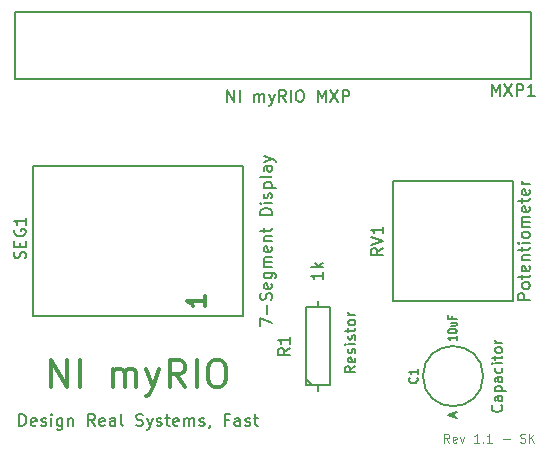
<source format=gto>
G04 (created by PCBNEW (2013-07-07 BZR 4022)-stable) date 3/3/2014 12:09:58 PM*
%MOIN*%
G04 Gerber Fmt 3.4, Leading zero omitted, Abs format*
%FSLAX34Y34*%
G01*
G70*
G90*
G04 APERTURE LIST*
%ADD10C,0.00590551*%
%ADD11C,0.011811*%
%ADD12C,0.003*%
%ADD13C,0.006*%
%ADD14C,0.007*%
%ADD15C,0.008*%
%ADD16C,0.005*%
%ADD17C,0.0075*%
G04 APERTURE END LIST*
G54D10*
G54D11*
X48239Y-30331D02*
X48239Y-30668D01*
X48239Y-30499D02*
X47648Y-30499D01*
X47732Y-30556D01*
X47789Y-30612D01*
X47817Y-30668D01*
G54D12*
X56371Y-35221D02*
X56271Y-35078D01*
X56200Y-35221D02*
X56200Y-34921D01*
X56314Y-34921D01*
X56342Y-34935D01*
X56357Y-34950D01*
X56371Y-34978D01*
X56371Y-35021D01*
X56357Y-35050D01*
X56342Y-35064D01*
X56314Y-35078D01*
X56200Y-35078D01*
X56614Y-35207D02*
X56585Y-35221D01*
X56528Y-35221D01*
X56500Y-35207D01*
X56485Y-35178D01*
X56485Y-35064D01*
X56500Y-35035D01*
X56528Y-35021D01*
X56585Y-35021D01*
X56614Y-35035D01*
X56628Y-35064D01*
X56628Y-35092D01*
X56485Y-35121D01*
X56728Y-35021D02*
X56800Y-35221D01*
X56871Y-35021D01*
X57371Y-35221D02*
X57200Y-35221D01*
X57285Y-35221D02*
X57285Y-34921D01*
X57257Y-34964D01*
X57228Y-34992D01*
X57200Y-35007D01*
X57500Y-35192D02*
X57514Y-35207D01*
X57500Y-35221D01*
X57485Y-35207D01*
X57500Y-35192D01*
X57500Y-35221D01*
X57800Y-35221D02*
X57628Y-35221D01*
X57714Y-35221D02*
X57714Y-34921D01*
X57685Y-34964D01*
X57657Y-34992D01*
X57628Y-35007D01*
X58157Y-35107D02*
X58385Y-35107D01*
X58742Y-35207D02*
X58785Y-35221D01*
X58857Y-35221D01*
X58885Y-35207D01*
X58900Y-35192D01*
X58914Y-35164D01*
X58914Y-35135D01*
X58900Y-35107D01*
X58885Y-35092D01*
X58857Y-35078D01*
X58800Y-35064D01*
X58771Y-35050D01*
X58757Y-35035D01*
X58742Y-35007D01*
X58742Y-34978D01*
X58757Y-34950D01*
X58771Y-34935D01*
X58800Y-34921D01*
X58871Y-34921D01*
X58914Y-34935D01*
X59042Y-35221D02*
X59042Y-34921D01*
X59214Y-35221D02*
X59085Y-35050D01*
X59214Y-34921D02*
X59042Y-35092D01*
G54D13*
X53241Y-32674D02*
X53075Y-32791D01*
X53241Y-32874D02*
X52891Y-32874D01*
X52891Y-32741D01*
X52908Y-32708D01*
X52925Y-32691D01*
X52958Y-32674D01*
X53008Y-32674D01*
X53041Y-32691D01*
X53058Y-32708D01*
X53075Y-32741D01*
X53075Y-32874D01*
X53225Y-32391D02*
X53241Y-32424D01*
X53241Y-32491D01*
X53225Y-32524D01*
X53191Y-32541D01*
X53058Y-32541D01*
X53025Y-32524D01*
X53008Y-32491D01*
X53008Y-32424D01*
X53025Y-32391D01*
X53058Y-32374D01*
X53091Y-32374D01*
X53125Y-32541D01*
X53225Y-32241D02*
X53241Y-32208D01*
X53241Y-32141D01*
X53225Y-32108D01*
X53191Y-32091D01*
X53175Y-32091D01*
X53141Y-32108D01*
X53125Y-32141D01*
X53125Y-32191D01*
X53108Y-32224D01*
X53075Y-32241D01*
X53058Y-32241D01*
X53025Y-32224D01*
X53008Y-32191D01*
X53008Y-32141D01*
X53025Y-32108D01*
X53241Y-31941D02*
X53008Y-31941D01*
X52891Y-31941D02*
X52908Y-31958D01*
X52925Y-31941D01*
X52908Y-31924D01*
X52891Y-31941D01*
X52925Y-31941D01*
X53225Y-31791D02*
X53241Y-31758D01*
X53241Y-31691D01*
X53225Y-31658D01*
X53191Y-31641D01*
X53175Y-31641D01*
X53141Y-31658D01*
X53125Y-31691D01*
X53125Y-31741D01*
X53108Y-31774D01*
X53075Y-31791D01*
X53058Y-31791D01*
X53025Y-31774D01*
X53008Y-31741D01*
X53008Y-31691D01*
X53025Y-31658D01*
X53008Y-31541D02*
X53008Y-31408D01*
X52891Y-31491D02*
X53191Y-31491D01*
X53225Y-31474D01*
X53241Y-31441D01*
X53241Y-31408D01*
X53241Y-31241D02*
X53225Y-31274D01*
X53208Y-31291D01*
X53175Y-31308D01*
X53075Y-31308D01*
X53041Y-31291D01*
X53025Y-31274D01*
X53008Y-31241D01*
X53008Y-31191D01*
X53025Y-31158D01*
X53041Y-31141D01*
X53075Y-31124D01*
X53175Y-31124D01*
X53208Y-31141D01*
X53225Y-31158D01*
X53241Y-31191D01*
X53241Y-31241D01*
X53241Y-30974D02*
X53008Y-30974D01*
X53075Y-30974D02*
X53041Y-30958D01*
X53025Y-30941D01*
X53008Y-30908D01*
X53008Y-30874D01*
X58108Y-33966D02*
X58125Y-33983D01*
X58141Y-34033D01*
X58141Y-34066D01*
X58125Y-34116D01*
X58091Y-34149D01*
X58058Y-34166D01*
X57991Y-34183D01*
X57941Y-34183D01*
X57875Y-34166D01*
X57841Y-34149D01*
X57808Y-34116D01*
X57791Y-34066D01*
X57791Y-34033D01*
X57808Y-33983D01*
X57825Y-33966D01*
X58141Y-33666D02*
X57958Y-33666D01*
X57925Y-33683D01*
X57908Y-33716D01*
X57908Y-33783D01*
X57925Y-33816D01*
X58125Y-33666D02*
X58141Y-33699D01*
X58141Y-33783D01*
X58125Y-33816D01*
X58091Y-33833D01*
X58058Y-33833D01*
X58025Y-33816D01*
X58008Y-33783D01*
X58008Y-33699D01*
X57991Y-33666D01*
X57908Y-33499D02*
X58258Y-33499D01*
X57925Y-33499D02*
X57908Y-33466D01*
X57908Y-33399D01*
X57925Y-33366D01*
X57941Y-33349D01*
X57975Y-33333D01*
X58075Y-33333D01*
X58108Y-33349D01*
X58125Y-33366D01*
X58141Y-33399D01*
X58141Y-33466D01*
X58125Y-33499D01*
X58141Y-33033D02*
X57958Y-33033D01*
X57925Y-33050D01*
X57908Y-33083D01*
X57908Y-33150D01*
X57925Y-33183D01*
X58125Y-33033D02*
X58141Y-33066D01*
X58141Y-33150D01*
X58125Y-33183D01*
X58091Y-33200D01*
X58058Y-33200D01*
X58025Y-33183D01*
X58008Y-33150D01*
X58008Y-33066D01*
X57991Y-33033D01*
X58125Y-32716D02*
X58141Y-32750D01*
X58141Y-32816D01*
X58125Y-32850D01*
X58108Y-32866D01*
X58075Y-32883D01*
X57975Y-32883D01*
X57941Y-32866D01*
X57925Y-32850D01*
X57908Y-32816D01*
X57908Y-32750D01*
X57925Y-32716D01*
X58141Y-32566D02*
X57908Y-32566D01*
X57791Y-32566D02*
X57808Y-32583D01*
X57825Y-32566D01*
X57808Y-32550D01*
X57791Y-32566D01*
X57825Y-32566D01*
X57908Y-32450D02*
X57908Y-32316D01*
X57791Y-32400D02*
X58091Y-32400D01*
X58125Y-32383D01*
X58141Y-32350D01*
X58141Y-32316D01*
X58141Y-32150D02*
X58125Y-32183D01*
X58108Y-32200D01*
X58075Y-32216D01*
X57975Y-32216D01*
X57941Y-32200D01*
X57925Y-32183D01*
X57908Y-32150D01*
X57908Y-32100D01*
X57925Y-32066D01*
X57941Y-32050D01*
X57975Y-32033D01*
X58075Y-32033D01*
X58108Y-32050D01*
X58125Y-32066D01*
X58141Y-32100D01*
X58141Y-32150D01*
X58141Y-31883D02*
X57908Y-31883D01*
X57975Y-31883D02*
X57941Y-31866D01*
X57925Y-31850D01*
X57908Y-31816D01*
X57908Y-31783D01*
G54D14*
X42047Y-34661D02*
X42047Y-34261D01*
X42142Y-34261D01*
X42200Y-34280D01*
X42238Y-34319D01*
X42257Y-34357D01*
X42276Y-34433D01*
X42276Y-34490D01*
X42257Y-34566D01*
X42238Y-34604D01*
X42200Y-34642D01*
X42142Y-34661D01*
X42047Y-34661D01*
X42600Y-34642D02*
X42561Y-34661D01*
X42485Y-34661D01*
X42447Y-34642D01*
X42428Y-34604D01*
X42428Y-34452D01*
X42447Y-34414D01*
X42485Y-34395D01*
X42561Y-34395D01*
X42600Y-34414D01*
X42619Y-34452D01*
X42619Y-34490D01*
X42428Y-34528D01*
X42771Y-34642D02*
X42809Y-34661D01*
X42885Y-34661D01*
X42923Y-34642D01*
X42942Y-34604D01*
X42942Y-34585D01*
X42923Y-34547D01*
X42885Y-34528D01*
X42828Y-34528D01*
X42790Y-34509D01*
X42771Y-34471D01*
X42771Y-34452D01*
X42790Y-34414D01*
X42828Y-34395D01*
X42885Y-34395D01*
X42923Y-34414D01*
X43114Y-34661D02*
X43114Y-34395D01*
X43114Y-34261D02*
X43095Y-34280D01*
X43114Y-34300D01*
X43133Y-34280D01*
X43114Y-34261D01*
X43114Y-34300D01*
X43476Y-34395D02*
X43476Y-34719D01*
X43457Y-34757D01*
X43438Y-34776D01*
X43400Y-34795D01*
X43342Y-34795D01*
X43304Y-34776D01*
X43476Y-34642D02*
X43438Y-34661D01*
X43361Y-34661D01*
X43323Y-34642D01*
X43304Y-34623D01*
X43285Y-34585D01*
X43285Y-34471D01*
X43304Y-34433D01*
X43323Y-34414D01*
X43361Y-34395D01*
X43438Y-34395D01*
X43476Y-34414D01*
X43666Y-34395D02*
X43666Y-34661D01*
X43666Y-34433D02*
X43685Y-34414D01*
X43723Y-34395D01*
X43780Y-34395D01*
X43819Y-34414D01*
X43838Y-34452D01*
X43838Y-34661D01*
X44561Y-34661D02*
X44428Y-34471D01*
X44333Y-34661D02*
X44333Y-34261D01*
X44485Y-34261D01*
X44523Y-34280D01*
X44542Y-34300D01*
X44561Y-34338D01*
X44561Y-34395D01*
X44542Y-34433D01*
X44523Y-34452D01*
X44485Y-34471D01*
X44333Y-34471D01*
X44885Y-34642D02*
X44847Y-34661D01*
X44771Y-34661D01*
X44733Y-34642D01*
X44714Y-34604D01*
X44714Y-34452D01*
X44733Y-34414D01*
X44771Y-34395D01*
X44847Y-34395D01*
X44885Y-34414D01*
X44904Y-34452D01*
X44904Y-34490D01*
X44714Y-34528D01*
X45247Y-34661D02*
X45247Y-34452D01*
X45228Y-34414D01*
X45190Y-34395D01*
X45114Y-34395D01*
X45076Y-34414D01*
X45247Y-34642D02*
X45209Y-34661D01*
X45114Y-34661D01*
X45076Y-34642D01*
X45057Y-34604D01*
X45057Y-34566D01*
X45076Y-34528D01*
X45114Y-34509D01*
X45209Y-34509D01*
X45247Y-34490D01*
X45495Y-34661D02*
X45457Y-34642D01*
X45438Y-34604D01*
X45438Y-34261D01*
X45933Y-34642D02*
X45990Y-34661D01*
X46085Y-34661D01*
X46123Y-34642D01*
X46142Y-34623D01*
X46161Y-34585D01*
X46161Y-34547D01*
X46142Y-34509D01*
X46123Y-34490D01*
X46085Y-34471D01*
X46009Y-34452D01*
X45971Y-34433D01*
X45952Y-34414D01*
X45933Y-34376D01*
X45933Y-34338D01*
X45952Y-34300D01*
X45971Y-34280D01*
X46009Y-34261D01*
X46104Y-34261D01*
X46161Y-34280D01*
X46295Y-34395D02*
X46390Y-34661D01*
X46485Y-34395D02*
X46390Y-34661D01*
X46352Y-34757D01*
X46333Y-34776D01*
X46295Y-34795D01*
X46619Y-34642D02*
X46657Y-34661D01*
X46733Y-34661D01*
X46771Y-34642D01*
X46790Y-34604D01*
X46790Y-34585D01*
X46771Y-34547D01*
X46733Y-34528D01*
X46676Y-34528D01*
X46638Y-34509D01*
X46619Y-34471D01*
X46619Y-34452D01*
X46638Y-34414D01*
X46676Y-34395D01*
X46733Y-34395D01*
X46771Y-34414D01*
X46904Y-34395D02*
X47057Y-34395D01*
X46961Y-34261D02*
X46961Y-34604D01*
X46980Y-34642D01*
X47019Y-34661D01*
X47057Y-34661D01*
X47342Y-34642D02*
X47304Y-34661D01*
X47228Y-34661D01*
X47190Y-34642D01*
X47171Y-34604D01*
X47171Y-34452D01*
X47190Y-34414D01*
X47228Y-34395D01*
X47304Y-34395D01*
X47342Y-34414D01*
X47361Y-34452D01*
X47361Y-34490D01*
X47171Y-34528D01*
X47533Y-34661D02*
X47533Y-34395D01*
X47533Y-34433D02*
X47552Y-34414D01*
X47590Y-34395D01*
X47647Y-34395D01*
X47685Y-34414D01*
X47704Y-34452D01*
X47704Y-34661D01*
X47704Y-34452D02*
X47723Y-34414D01*
X47761Y-34395D01*
X47819Y-34395D01*
X47857Y-34414D01*
X47876Y-34452D01*
X47876Y-34661D01*
X48047Y-34642D02*
X48085Y-34661D01*
X48161Y-34661D01*
X48199Y-34642D01*
X48219Y-34604D01*
X48219Y-34585D01*
X48199Y-34547D01*
X48161Y-34528D01*
X48104Y-34528D01*
X48066Y-34509D01*
X48047Y-34471D01*
X48047Y-34452D01*
X48066Y-34414D01*
X48104Y-34395D01*
X48161Y-34395D01*
X48199Y-34414D01*
X48409Y-34642D02*
X48409Y-34661D01*
X48390Y-34700D01*
X48371Y-34719D01*
X49019Y-34452D02*
X48885Y-34452D01*
X48885Y-34661D02*
X48885Y-34261D01*
X49076Y-34261D01*
X49399Y-34661D02*
X49399Y-34452D01*
X49380Y-34414D01*
X49342Y-34395D01*
X49266Y-34395D01*
X49228Y-34414D01*
X49399Y-34642D02*
X49361Y-34661D01*
X49266Y-34661D01*
X49228Y-34642D01*
X49209Y-34604D01*
X49209Y-34566D01*
X49228Y-34528D01*
X49266Y-34509D01*
X49361Y-34509D01*
X49399Y-34490D01*
X49571Y-34642D02*
X49609Y-34661D01*
X49685Y-34661D01*
X49723Y-34642D01*
X49742Y-34604D01*
X49742Y-34585D01*
X49723Y-34547D01*
X49685Y-34528D01*
X49628Y-34528D01*
X49590Y-34509D01*
X49571Y-34471D01*
X49571Y-34452D01*
X49590Y-34414D01*
X49628Y-34395D01*
X49685Y-34395D01*
X49723Y-34414D01*
X49857Y-34395D02*
X50009Y-34395D01*
X49914Y-34261D02*
X49914Y-34604D01*
X49933Y-34642D01*
X49971Y-34661D01*
X50009Y-34661D01*
G54D11*
X43107Y-33364D02*
X43107Y-32464D01*
X43621Y-33364D01*
X43621Y-32464D01*
X44050Y-33364D02*
X44050Y-32464D01*
X45164Y-33364D02*
X45164Y-32764D01*
X45164Y-32850D02*
X45207Y-32807D01*
X45292Y-32764D01*
X45421Y-32764D01*
X45507Y-32807D01*
X45550Y-32892D01*
X45550Y-33364D01*
X45550Y-32892D02*
X45592Y-32807D01*
X45678Y-32764D01*
X45807Y-32764D01*
X45892Y-32807D01*
X45935Y-32892D01*
X45935Y-33364D01*
X46278Y-32764D02*
X46492Y-33364D01*
X46707Y-32764D02*
X46492Y-33364D01*
X46407Y-33578D01*
X46364Y-33621D01*
X46278Y-33664D01*
X47564Y-33364D02*
X47264Y-32935D01*
X47050Y-33364D02*
X47050Y-32464D01*
X47392Y-32464D01*
X47478Y-32507D01*
X47521Y-32550D01*
X47564Y-32635D01*
X47564Y-32764D01*
X47521Y-32850D01*
X47478Y-32892D01*
X47392Y-32935D01*
X47050Y-32935D01*
X47950Y-33364D02*
X47950Y-32464D01*
X48549Y-32464D02*
X48721Y-32464D01*
X48807Y-32507D01*
X48892Y-32592D01*
X48935Y-32764D01*
X48935Y-33064D01*
X48892Y-33235D01*
X48807Y-33321D01*
X48721Y-33364D01*
X48549Y-33364D01*
X48464Y-33321D01*
X48378Y-33235D01*
X48335Y-33064D01*
X48335Y-32764D01*
X48378Y-32592D01*
X48464Y-32507D01*
X48549Y-32464D01*
G54D15*
X52000Y-33500D02*
X52000Y-33300D01*
X52000Y-30500D02*
X52000Y-30700D01*
X52000Y-30700D02*
X51600Y-30700D01*
X51600Y-30700D02*
X51600Y-33300D01*
X51600Y-33300D02*
X52400Y-33300D01*
X52400Y-33300D02*
X52400Y-30700D01*
X52400Y-30700D02*
X52000Y-30700D01*
X51800Y-33300D02*
X51600Y-33100D01*
G54D10*
X54500Y-30500D02*
X54500Y-26500D01*
X58500Y-30500D02*
X58500Y-26500D01*
X58500Y-30500D02*
X54500Y-30500D01*
X56500Y-26500D02*
X54500Y-26500D01*
X58500Y-26500D02*
X56500Y-26500D01*
G54D16*
X57501Y-33000D02*
G75*
G03X57501Y-33000I-1001J0D01*
G74*
G01*
G54D10*
X41900Y-20850D02*
X41900Y-23100D01*
X41900Y-23100D02*
X59100Y-23100D01*
X59100Y-23100D02*
X59100Y-20850D01*
X59100Y-20850D02*
X41900Y-20850D01*
X42500Y-31000D02*
X49500Y-31000D01*
X49500Y-31000D02*
X49500Y-26000D01*
X49500Y-26000D02*
X42500Y-26000D01*
X42500Y-28500D02*
X42500Y-31000D01*
X42500Y-28500D02*
X42500Y-26000D01*
G54D15*
X51059Y-32065D02*
X50871Y-32196D01*
X51059Y-32290D02*
X50665Y-32290D01*
X50665Y-32140D01*
X50684Y-32103D01*
X50703Y-32084D01*
X50740Y-32065D01*
X50796Y-32065D01*
X50834Y-32084D01*
X50853Y-32103D01*
X50871Y-32140D01*
X50871Y-32290D01*
X51059Y-31690D02*
X51059Y-31915D01*
X51059Y-31803D02*
X50665Y-31803D01*
X50721Y-31840D01*
X50759Y-31878D01*
X50778Y-31915D01*
X52159Y-29546D02*
X52159Y-29771D01*
X52159Y-29659D02*
X51765Y-29659D01*
X51821Y-29696D01*
X51859Y-29734D01*
X51878Y-29771D01*
X52159Y-29378D02*
X51765Y-29378D01*
X52009Y-29340D02*
X52159Y-29228D01*
X51896Y-29228D02*
X52046Y-29378D01*
G54D10*
X54159Y-28734D02*
X53971Y-28865D01*
X54159Y-28959D02*
X53765Y-28959D01*
X53765Y-28809D01*
X53784Y-28771D01*
X53803Y-28753D01*
X53840Y-28734D01*
X53896Y-28734D01*
X53934Y-28753D01*
X53953Y-28771D01*
X53971Y-28809D01*
X53971Y-28959D01*
X53765Y-28621D02*
X54159Y-28490D01*
X53765Y-28359D01*
X54159Y-28021D02*
X54159Y-28246D01*
X54159Y-28134D02*
X53765Y-28134D01*
X53821Y-28171D01*
X53859Y-28209D01*
X53878Y-28246D01*
X59059Y-30459D02*
X58665Y-30459D01*
X58665Y-30309D01*
X58684Y-30271D01*
X58703Y-30252D01*
X58740Y-30234D01*
X58796Y-30234D01*
X58834Y-30252D01*
X58853Y-30271D01*
X58871Y-30309D01*
X58871Y-30459D01*
X59059Y-30009D02*
X59040Y-30046D01*
X59021Y-30065D01*
X58984Y-30084D01*
X58871Y-30084D01*
X58834Y-30065D01*
X58815Y-30046D01*
X58796Y-30009D01*
X58796Y-29952D01*
X58815Y-29915D01*
X58834Y-29896D01*
X58871Y-29877D01*
X58984Y-29877D01*
X59021Y-29896D01*
X59040Y-29915D01*
X59059Y-29952D01*
X59059Y-30009D01*
X58796Y-29765D02*
X58796Y-29615D01*
X58665Y-29709D02*
X59003Y-29709D01*
X59040Y-29690D01*
X59059Y-29652D01*
X59059Y-29615D01*
X59040Y-29334D02*
X59059Y-29371D01*
X59059Y-29446D01*
X59040Y-29484D01*
X59003Y-29502D01*
X58853Y-29502D01*
X58815Y-29484D01*
X58796Y-29446D01*
X58796Y-29371D01*
X58815Y-29334D01*
X58853Y-29315D01*
X58890Y-29315D01*
X58928Y-29502D01*
X58796Y-29146D02*
X59059Y-29146D01*
X58834Y-29146D02*
X58815Y-29128D01*
X58796Y-29090D01*
X58796Y-29034D01*
X58815Y-28996D01*
X58853Y-28978D01*
X59059Y-28978D01*
X58796Y-28846D02*
X58796Y-28696D01*
X58665Y-28790D02*
X59003Y-28790D01*
X59040Y-28771D01*
X59059Y-28734D01*
X59059Y-28696D01*
X59059Y-28565D02*
X58796Y-28565D01*
X58665Y-28565D02*
X58684Y-28584D01*
X58703Y-28565D01*
X58684Y-28546D01*
X58665Y-28565D01*
X58703Y-28565D01*
X59059Y-28321D02*
X59040Y-28359D01*
X59021Y-28378D01*
X58984Y-28396D01*
X58871Y-28396D01*
X58834Y-28378D01*
X58815Y-28359D01*
X58796Y-28321D01*
X58796Y-28265D01*
X58815Y-28228D01*
X58834Y-28209D01*
X58871Y-28190D01*
X58984Y-28190D01*
X59021Y-28209D01*
X59040Y-28228D01*
X59059Y-28265D01*
X59059Y-28321D01*
X59059Y-28021D02*
X58796Y-28021D01*
X58834Y-28021D02*
X58815Y-28003D01*
X58796Y-27965D01*
X58796Y-27909D01*
X58815Y-27871D01*
X58853Y-27853D01*
X59059Y-27853D01*
X58853Y-27853D02*
X58815Y-27834D01*
X58796Y-27796D01*
X58796Y-27740D01*
X58815Y-27703D01*
X58853Y-27684D01*
X59059Y-27684D01*
X59040Y-27347D02*
X59059Y-27384D01*
X59059Y-27459D01*
X59040Y-27497D01*
X59003Y-27515D01*
X58853Y-27515D01*
X58815Y-27497D01*
X58796Y-27459D01*
X58796Y-27384D01*
X58815Y-27347D01*
X58853Y-27328D01*
X58890Y-27328D01*
X58928Y-27515D01*
X58796Y-27215D02*
X58796Y-27065D01*
X58665Y-27159D02*
X59003Y-27159D01*
X59040Y-27140D01*
X59059Y-27103D01*
X59059Y-27065D01*
X59040Y-26784D02*
X59059Y-26822D01*
X59059Y-26897D01*
X59040Y-26934D01*
X59003Y-26953D01*
X58853Y-26953D01*
X58815Y-26934D01*
X58796Y-26897D01*
X58796Y-26822D01*
X58815Y-26784D01*
X58853Y-26765D01*
X58890Y-26765D01*
X58928Y-26953D01*
X59059Y-26597D02*
X58796Y-26597D01*
X58871Y-26597D02*
X58834Y-26578D01*
X58815Y-26559D01*
X58796Y-26522D01*
X58796Y-26484D01*
G54D16*
X55292Y-33050D02*
X55307Y-33064D01*
X55321Y-33107D01*
X55321Y-33135D01*
X55307Y-33178D01*
X55278Y-33207D01*
X55250Y-33221D01*
X55192Y-33235D01*
X55150Y-33235D01*
X55092Y-33221D01*
X55064Y-33207D01*
X55035Y-33178D01*
X55021Y-33135D01*
X55021Y-33107D01*
X55035Y-33064D01*
X55050Y-33050D01*
X55321Y-32764D02*
X55321Y-32935D01*
X55321Y-32850D02*
X55021Y-32850D01*
X55064Y-32878D01*
X55092Y-32907D01*
X55107Y-32935D01*
X56621Y-31667D02*
X56621Y-31810D01*
X56621Y-31739D02*
X56321Y-31739D01*
X56364Y-31763D01*
X56392Y-31786D01*
X56407Y-31810D01*
X56321Y-31513D02*
X56321Y-31489D01*
X56335Y-31465D01*
X56350Y-31453D01*
X56378Y-31441D01*
X56435Y-31429D01*
X56507Y-31429D01*
X56564Y-31441D01*
X56592Y-31453D01*
X56607Y-31465D01*
X56621Y-31489D01*
X56621Y-31513D01*
X56607Y-31536D01*
X56592Y-31548D01*
X56564Y-31560D01*
X56507Y-31572D01*
X56435Y-31572D01*
X56378Y-31560D01*
X56350Y-31548D01*
X56335Y-31536D01*
X56321Y-31513D01*
X56421Y-31215D02*
X56621Y-31215D01*
X56421Y-31322D02*
X56578Y-31322D01*
X56607Y-31310D01*
X56621Y-31286D01*
X56621Y-31251D01*
X56607Y-31227D01*
X56592Y-31215D01*
X56464Y-31013D02*
X56464Y-31096D01*
X56621Y-31096D02*
X56321Y-31096D01*
X56321Y-30977D01*
G54D17*
X56535Y-34371D02*
X56535Y-34228D01*
X56621Y-34400D02*
X56321Y-34300D01*
X56621Y-34200D01*
G54D10*
X57796Y-23659D02*
X57796Y-23265D01*
X57928Y-23546D01*
X58059Y-23265D01*
X58059Y-23659D01*
X58209Y-23265D02*
X58471Y-23659D01*
X58471Y-23265D02*
X58209Y-23659D01*
X58621Y-23659D02*
X58621Y-23265D01*
X58771Y-23265D01*
X58809Y-23284D01*
X58828Y-23303D01*
X58846Y-23340D01*
X58846Y-23396D01*
X58828Y-23434D01*
X58809Y-23453D01*
X58771Y-23471D01*
X58621Y-23471D01*
X59221Y-23659D02*
X58996Y-23659D01*
X59109Y-23659D02*
X59109Y-23265D01*
X59071Y-23321D01*
X59034Y-23359D01*
X58996Y-23378D01*
X48975Y-23859D02*
X48975Y-23465D01*
X49200Y-23859D01*
X49200Y-23465D01*
X49387Y-23859D02*
X49387Y-23465D01*
X49875Y-23859D02*
X49875Y-23596D01*
X49875Y-23634D02*
X49893Y-23615D01*
X49931Y-23596D01*
X49987Y-23596D01*
X50025Y-23615D01*
X50043Y-23653D01*
X50043Y-23859D01*
X50043Y-23653D02*
X50062Y-23615D01*
X50100Y-23596D01*
X50156Y-23596D01*
X50193Y-23615D01*
X50212Y-23653D01*
X50212Y-23859D01*
X50362Y-23596D02*
X50456Y-23859D01*
X50550Y-23596D02*
X50456Y-23859D01*
X50418Y-23953D01*
X50400Y-23971D01*
X50362Y-23990D01*
X50925Y-23859D02*
X50793Y-23671D01*
X50700Y-23859D02*
X50700Y-23465D01*
X50850Y-23465D01*
X50887Y-23484D01*
X50906Y-23503D01*
X50925Y-23540D01*
X50925Y-23596D01*
X50906Y-23634D01*
X50887Y-23653D01*
X50850Y-23671D01*
X50700Y-23671D01*
X51093Y-23859D02*
X51093Y-23465D01*
X51356Y-23465D02*
X51431Y-23465D01*
X51468Y-23484D01*
X51506Y-23521D01*
X51524Y-23596D01*
X51524Y-23728D01*
X51506Y-23803D01*
X51468Y-23840D01*
X51431Y-23859D01*
X51356Y-23859D01*
X51318Y-23840D01*
X51281Y-23803D01*
X51262Y-23728D01*
X51262Y-23596D01*
X51281Y-23521D01*
X51318Y-23484D01*
X51356Y-23465D01*
X51993Y-23859D02*
X51993Y-23465D01*
X52124Y-23746D01*
X52256Y-23465D01*
X52256Y-23859D01*
X52406Y-23465D02*
X52668Y-23859D01*
X52668Y-23465D02*
X52406Y-23859D01*
X52818Y-23859D02*
X52818Y-23465D01*
X52968Y-23465D01*
X53005Y-23484D01*
X53024Y-23503D01*
X53043Y-23540D01*
X53043Y-23596D01*
X53024Y-23634D01*
X53005Y-23653D01*
X52968Y-23671D01*
X52818Y-23671D01*
X42240Y-29074D02*
X42259Y-29018D01*
X42259Y-28924D01*
X42240Y-28887D01*
X42221Y-28868D01*
X42184Y-28849D01*
X42146Y-28849D01*
X42109Y-28868D01*
X42090Y-28887D01*
X42071Y-28924D01*
X42053Y-28999D01*
X42034Y-29037D01*
X42015Y-29056D01*
X41978Y-29074D01*
X41940Y-29074D01*
X41903Y-29056D01*
X41884Y-29037D01*
X41865Y-28999D01*
X41865Y-28906D01*
X41884Y-28849D01*
X42053Y-28681D02*
X42053Y-28549D01*
X42259Y-28493D02*
X42259Y-28681D01*
X41865Y-28681D01*
X41865Y-28493D01*
X41884Y-28118D02*
X41865Y-28156D01*
X41865Y-28212D01*
X41884Y-28268D01*
X41921Y-28306D01*
X41959Y-28325D01*
X42034Y-28343D01*
X42090Y-28343D01*
X42165Y-28325D01*
X42203Y-28306D01*
X42240Y-28268D01*
X42259Y-28212D01*
X42259Y-28175D01*
X42240Y-28118D01*
X42221Y-28100D01*
X42090Y-28100D01*
X42090Y-28175D01*
X42259Y-27725D02*
X42259Y-27950D01*
X42259Y-27837D02*
X41865Y-27837D01*
X41921Y-27875D01*
X41959Y-27912D01*
X41978Y-27950D01*
X50065Y-31340D02*
X50065Y-31077D01*
X50459Y-31246D01*
X50309Y-30927D02*
X50309Y-30627D01*
X50440Y-30459D02*
X50459Y-30402D01*
X50459Y-30309D01*
X50440Y-30271D01*
X50421Y-30252D01*
X50384Y-30234D01*
X50346Y-30234D01*
X50309Y-30252D01*
X50290Y-30271D01*
X50271Y-30309D01*
X50253Y-30384D01*
X50234Y-30421D01*
X50215Y-30440D01*
X50178Y-30459D01*
X50140Y-30459D01*
X50103Y-30440D01*
X50084Y-30421D01*
X50065Y-30384D01*
X50065Y-30290D01*
X50084Y-30234D01*
X50440Y-29915D02*
X50459Y-29952D01*
X50459Y-30027D01*
X50440Y-30065D01*
X50403Y-30084D01*
X50253Y-30084D01*
X50215Y-30065D01*
X50196Y-30027D01*
X50196Y-29952D01*
X50215Y-29915D01*
X50253Y-29896D01*
X50290Y-29896D01*
X50328Y-30084D01*
X50196Y-29559D02*
X50515Y-29559D01*
X50553Y-29577D01*
X50571Y-29596D01*
X50590Y-29634D01*
X50590Y-29690D01*
X50571Y-29727D01*
X50440Y-29559D02*
X50459Y-29596D01*
X50459Y-29671D01*
X50440Y-29709D01*
X50421Y-29727D01*
X50384Y-29746D01*
X50271Y-29746D01*
X50234Y-29727D01*
X50215Y-29709D01*
X50196Y-29671D01*
X50196Y-29596D01*
X50215Y-29559D01*
X50459Y-29371D02*
X50196Y-29371D01*
X50234Y-29371D02*
X50215Y-29353D01*
X50196Y-29315D01*
X50196Y-29259D01*
X50215Y-29221D01*
X50253Y-29203D01*
X50459Y-29203D01*
X50253Y-29203D02*
X50215Y-29184D01*
X50196Y-29146D01*
X50196Y-29090D01*
X50215Y-29053D01*
X50253Y-29034D01*
X50459Y-29034D01*
X50440Y-28696D02*
X50459Y-28734D01*
X50459Y-28809D01*
X50440Y-28846D01*
X50403Y-28865D01*
X50253Y-28865D01*
X50215Y-28846D01*
X50196Y-28809D01*
X50196Y-28734D01*
X50215Y-28696D01*
X50253Y-28678D01*
X50290Y-28678D01*
X50328Y-28865D01*
X50196Y-28509D02*
X50459Y-28509D01*
X50234Y-28509D02*
X50215Y-28490D01*
X50196Y-28453D01*
X50196Y-28396D01*
X50215Y-28359D01*
X50253Y-28340D01*
X50459Y-28340D01*
X50196Y-28209D02*
X50196Y-28059D01*
X50065Y-28153D02*
X50403Y-28153D01*
X50440Y-28134D01*
X50459Y-28096D01*
X50459Y-28059D01*
X50459Y-27628D02*
X50065Y-27628D01*
X50065Y-27534D01*
X50084Y-27478D01*
X50121Y-27440D01*
X50159Y-27422D01*
X50234Y-27403D01*
X50290Y-27403D01*
X50365Y-27422D01*
X50403Y-27440D01*
X50440Y-27478D01*
X50459Y-27534D01*
X50459Y-27628D01*
X50459Y-27234D02*
X50196Y-27234D01*
X50065Y-27234D02*
X50084Y-27253D01*
X50103Y-27234D01*
X50084Y-27215D01*
X50065Y-27234D01*
X50103Y-27234D01*
X50440Y-27065D02*
X50459Y-27028D01*
X50459Y-26953D01*
X50440Y-26915D01*
X50403Y-26897D01*
X50384Y-26897D01*
X50346Y-26915D01*
X50328Y-26953D01*
X50328Y-27009D01*
X50309Y-27047D01*
X50271Y-27065D01*
X50253Y-27065D01*
X50215Y-27047D01*
X50196Y-27009D01*
X50196Y-26953D01*
X50215Y-26915D01*
X50196Y-26728D02*
X50590Y-26728D01*
X50215Y-26728D02*
X50196Y-26690D01*
X50196Y-26615D01*
X50215Y-26578D01*
X50234Y-26559D01*
X50271Y-26540D01*
X50384Y-26540D01*
X50421Y-26559D01*
X50440Y-26578D01*
X50459Y-26615D01*
X50459Y-26690D01*
X50440Y-26728D01*
X50459Y-26315D02*
X50440Y-26353D01*
X50403Y-26372D01*
X50065Y-26372D01*
X50459Y-25997D02*
X50253Y-25997D01*
X50215Y-26015D01*
X50196Y-26053D01*
X50196Y-26128D01*
X50215Y-26165D01*
X50440Y-25997D02*
X50459Y-26034D01*
X50459Y-26128D01*
X50440Y-26165D01*
X50403Y-26184D01*
X50365Y-26184D01*
X50328Y-26165D01*
X50309Y-26128D01*
X50309Y-26034D01*
X50290Y-25997D01*
X50196Y-25847D02*
X50459Y-25753D01*
X50196Y-25659D02*
X50459Y-25753D01*
X50553Y-25790D01*
X50571Y-25809D01*
X50590Y-25847D01*
M02*

</source>
